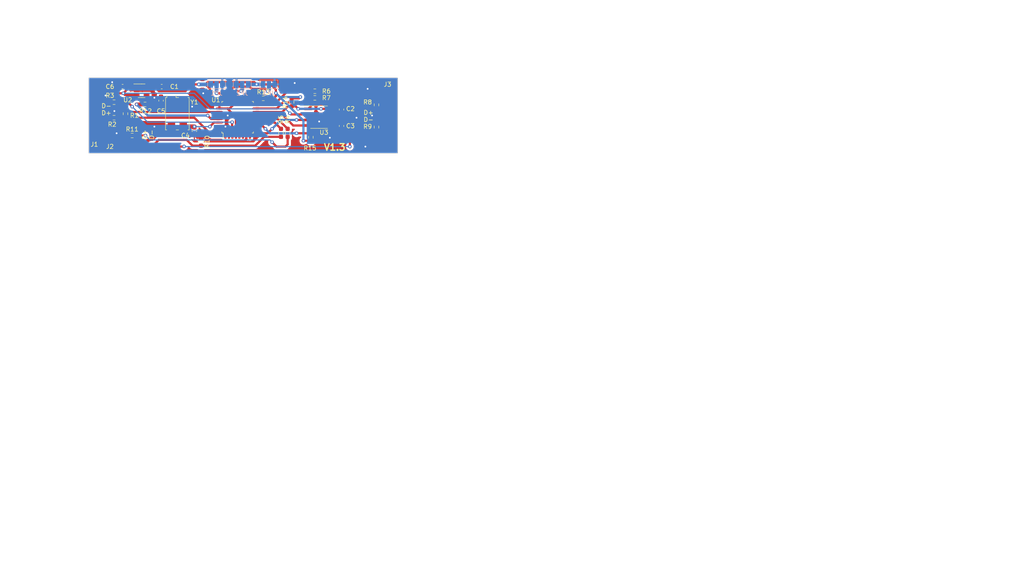
<source format=kicad_pcb>
(kicad_pcb (version 20221018) (generator pcbnew)
  (layers (0 "F.Cu" signal) (31 "B.Cu" signal) (34 "B.Paste" user) (35 "F.Paste" user) (36 "B.SilkS" user "B.Silkscreen") (37 "F.SilkS" user "F.Silkscreen") (38 "B.Mask" user) (39 "F.Mask" user) (44 "Edge.Cuts" user))
  (net 0 "")
  (net 1 "GND")
  (net 2 "+3V3")
  (net 3 "+5V")
  (net 4 "USBDM_UP")
  (net 5 "USBDP_UP")
  (net 6 "USBDM_DN1")
  (net 7 "USBDP_DN1")
  (net 8 "USBDM_DN2")
  (net 9 "USBDP_DN2")
  (net 10 "USBPWR_DN1")
  (net 11 "USBPWR_DN2")
  (net 12 "Net-(U1-DP0)")
  (net 13 "Net-(U1-DM0)")
  (net 15 "PWR1")
  (net 16 "OC1")
  (net 17 "Net-(U1-DM1)")
  (net 18 "Net-(U1-DP1)")
  (net 19 "PWR2")
  (net 20 "OC2")
  (net 21 "Net-(U1-DM2)")
  (net 22 "Net-(U1-DP2)")
  (net 24 "Net-(U1-~{OVRCUR3})")
  (net 27 "Net-(U1-DP0PUR)")
  (net 28 "XTAL1")
  (net 29 "Net-(C5-Pad2)")
  (net 32 "NP0")
  (net 33 "NP1")
  (net 34 "NP3")
  (net 35 "XTAL2")
  (footprint "Connector_Wire:SolderWire-0.1sqmm_1x04_P3.6mm_D0.4mm_OD1mm" (layer "F.Cu") (at 44.704 39.624 -90)
    (fp_text reference "J1" (at 13.208 0.508) (layer "F.SilkS"))
    (fp_text value "USBC_IN")
    (pad "1" connect roundrect (at 0 0 270) (size 1.6 1.6) (layers "F.Cu" "F.Mask") (roundrect_rratio 0.15625) (net 3 "+5V"))
    (pad "2" connect circle (at 3.6 0 270) (size 1.6 1.6) (layers "F.Cu" "F.Mask") (net 4 "USBDM_UP"))
    (pad "3" connect circle (at 7.2 0 270) (size 1.6 1.6) (layers "F.Cu" "F.Mask") (net 5 "USBDP_UP"))
    (pad "4" connect circle (at 10.8 0 270) (size 1.6 1.6) (layers "F.Cu" "F.Mask") (net 1 "GND"))
  )
  (footprint "Resistor_SMD:R_0603_1608Metric_Pad0.98x0.95mm_HandSolder" (layer "F.Cu") (at 94.6125 42.2)
    (fp_text reference "R7" (at 2.6435 0) (layer "F.SilkS"))
    (fp_text value "27")
    (fp_line (start -0.254724 -0.5225) (end 0.254724 -0.5225) (stroke (width 0.12)) (layer "F.SilkS"))
    (fp_line (start -0.254724 0.5225) (end 0.254724 0.5225) (stroke (width 0.12)) (layer "F.SilkS"))
    (pad "1" smd roundrect (at -0.9125 0) (size 0.975 0.95) (layers "F.Cu" "F.Paste" "F.Mask") (net 21 "Net-(U1-DM2)"))
    (pad "2" smd roundrect (at 0.9125 0) (size 0.975 0.95) (layers "F.Cu" "F.Paste" "F.Mask") (net 8 "USBDM_DN2"))
  )
  (footprint "Resistor_SMD:R_0603_1608Metric_Pad0.98x0.95mm_HandSolder" (layer "F.Cu") (at 94.6125 40.676)
    (fp_text reference "R6" (at 2.6435 0) (layer "F.SilkS"))
    (fp_text value "27")
    (fp_line (start -0.254724 -0.5225) (end 0.254724 -0.5225) (stroke (width 0.12)) (layer "F.SilkS"))
    (fp_line (start -0.254724 0.5225) (end 0.254724 0.5225) (stroke (width 0.12)) (layer "F.SilkS"))
    (pad "1" smd roundrect (at -0.9125 0) (size 0.975 0.95) (layers "F.Cu" "F.Paste" "F.Mask") (net 22 "Net-(U1-DP2)"))
    (pad "2" smd roundrect (at 0.9125 0) (size 0.975 0.95) (layers "F.Cu" "F.Paste" "F.Mask") (net 9 "USBDP_DN2"))
  )
  (footprint "Resistor_SMD:R_0603_1608Metric_Pad0.98x0.95mm_HandSolder" (layer "F.Cu") (at 82.8125 42.3)
    (fp_text reference "R13" (at 0 -1.43) (layer "F.SilkS"))
    (fp_text value "1.5k")
    (fp_line (start -0.254724 -0.5225) (end 0.254724 -0.5225) (stroke (width 0.12)) (layer "F.SilkS"))
    (fp_line (start -0.254724 0.5225) (end 0.254724 0.5225) (stroke (width 0.12)) (layer "F.SilkS"))
    (pad "1" smd roundrect (at -0.9125 0) (size 0.975 0.95) (layers "F.Cu" "F.Paste" "F.Mask") (net 24 "Net-(U1-~{OVRCUR3})"))
    (pad "2" smd roundrect (at 0.9125 0) (size 0.975 0.95) (layers "F.Cu" "F.Paste" "F.Mask") (net 2 "+3V3"))
  )
  (footprint "Resistor_SMD:R_0603_1608Metric_Pad0.98x0.95mm_HandSolder" (layer "F.Cu") (at 86.868 50.1885 -90)
    (fp_text reference "R5" (at -3.048 0 90) (layer "F.SilkS"))
    (fp_text value "27")
    (fp_line (start -0.254724 -0.5225) (end 0.254724 -0.5225) (stroke (width 0.12)) (layer "F.SilkS"))
    (fp_line (start -0.254724 0.5225) (end 0.254724 0.5225) (stroke (width 0.12)) (layer "F.SilkS"))
    (pad "1" smd roundrect (at -0.9125 0 270) (size 0.975 0.95) (layers "F.Cu" "F.Paste" "F.Mask") (net 17 "Net-(U1-DM1)"))
    (pad "2" smd roundrect (at 0.9125 0 270) (size 0.975 0.95) (layers "F.Cu" "F.Paste" "F.Mask") (net 6 "USBDM_DN1"))
  )
  (footprint "Resistor_SMD:R_0603_1608Metric_Pad0.98x0.95mm_HandSolder" (layer "F.Cu") (at 108.712 48.8715 90)
    (fp_text reference "R9" (at 0.1035 -2.032 180) (layer "F.SilkS"))
    (fp_text value "15k")
    (fp_line (start -0.254724 -0.5225) (end 0.254724 -0.5225) (stroke (width 0.12)) (layer "F.SilkS"))
    (fp_line (start -0.254724 0.5225) (end 0.254724 0.5225) (stroke (width 0.12)) (layer "F.SilkS"))
    (pad "1" smd roundrect (at -0.9125 0 90) (size 0.975 0.95) (layers "F.Cu" "F.Paste" "F.Mask") (net 1 "GND"))
    (pad "2" smd roundrect (at 0.9125 0 90) (size 0.975 0.95) (layers "F.Cu" "F.Paste" "F.Mask") (net 8 "USBDM_DN2"))
  )
  (footprint "Resistor_SMD:R_0603_1608Metric_Pad0.98x0.95mm_HandSolder" (layer "F.Cu") (at 68.58 52.2205 -90)
    (fp_text reference "R10" (at 0 -1.43 90) (layer "F.SilkS"))
    (fp_text value "15k")
    (fp_line (start -0.254724 -0.5225) (end 0.254724 -0.5225) (stroke (width 0.12)) (layer "F.SilkS"))
    (fp_line (start -0.254724 0.5225) (end 0.254724 0.5225) (stroke (width 0.12)) (layer "F.SilkS"))
    (pad "1" smd roundrect (at -0.9125 0 270) (size 0.975 0.95) (layers "F.Cu" "F.Paste" "F.Mask") (net 1 "GND"))
    (pad "2" smd roundrect (at 0.9125 0 270) (size 0.975 0.95) (layers "F.Cu" "F.Paste" "F.Mask") (net 6 "USBDM_DN1"))
  )
  (footprint "Connector_Wire:SolderWire-0.1sqmm_1x04_P3.6mm_D0.4mm_OD1mm" (layer "F.Cu") (at 111.252 51.948 90)
    (fp_text reference "J3" (at 12.832 0 180) (layer "F.SilkS"))
    (fp_text value "TOUCHID")
    (pad "1" connect roundrect (at 0 0 90) (size 1.6 1.6) (layers "F.Cu" "F.Mask") (roundrect_rratio 0.15625) (net 11 "USBPWR_DN2"))
    (pad "2" connect circle (at 3.6 0 90) (size 1.6 1.6) (layers "F.Cu" "F.Mask") (net 8 "USBDM_DN2"))
    (pad "3" connect circle (at 7.2 0 90) (size 1.6 1.6) (layers "F.Cu" "F.Mask") (net 9 "USBDP_DN2"))
    (pad "4" connect circle (at 10.8 0 90) (size 1.6 1.6) (layers "F.Cu" "F.Mask") (net 1 "GND"))
  )
  (footprint "Package_SO:SOIC-8_3.9x4.9mm_P1.27mm" (layer "F.Cu") (at 95.569 46.609)
    (fp_text reference "U3" (at 1.131 3.491) (layer "F.SilkS"))
    (fp_text value "TPS2042D")
    (fp_line (start 0 -2.56) (end -3.45 -2.56) (stroke (width 0.12)) (layer "F.SilkS"))
    (fp_line (start 0 -2.56) (end 1.95 -2.56) (stroke (width 0.12)) (layer "F.SilkS"))
    (fp_line (start 0 2.56) (end -1.95 2.56) (stroke (width 0.12)) (layer "F.SilkS"))
    (fp_line (start 0 2.56) (end 1.95 2.56) (stroke (width 0.12)) (layer "F.SilkS"))
    (pad "1" smd roundrect (at -2.475 -1.905) (size 1.95 0.6) (layers "F.Cu" "F.Paste" "F.Mask") (net 1 "GND"))
    (pad "2" smd roundrect (at -2.475 -0.635) (size 1.95 0.6) (layers "F.Cu" "F.Paste" "F.Mask") (net 3 "+5V"))
    (pad "3" smd roundrect (at -2.475 0.635) (size 1.95 0.6) (layers "F.Cu" "F.Paste" "F.Mask") (net 15 "PWR1"))
    (pad "4" smd roundrect (at -2.475 1.905) (size 1.95 0.6) (layers "F.Cu" "F.Paste" "F.Mask") (net 19 "PWR2"))
    (pad "5" smd roundrect (at 2.475 1.905) (size 1.95 0.6) (layers "F.Cu" "F.Paste" "F.Mask") (net 16 "OC1"))
    (pad "6" smd roundrect (at 2.475 0.635) (size 1.95 0.6) (layers "F.Cu" "F.Paste" "F.Mask") (net 10 "USBPWR_DN1"))
    (pad "7" smd roundrect (at 2.475 -0.635) (size 1.95 0.6) (layers "F.Cu" "F.Paste" "F.Mask") (net 11 "USBPWR_DN2"))
    (pad "8" smd roundrect (at 2.475 -1.905) (size 1.95 0.6) (layers "F.Cu" "F.Paste" "F.Mask") (net 20 "OC2"))
  )
  (footprint "Capacitor_SMD:C_0603_1608Metric_Pad1.08x0.95mm_HandSolder" (layer "F.Cu") (at 59.436 42.8255 -90)
    (fp_text reference "C5" (at 2.3865 0 -180) (layer "F.SilkS"))
    (fp_text value "27p")
    (fp_line (start -0.146267 -0.51) (end 0.146267 -0.51) (stroke (width 0.12)) (layer "F.SilkS"))
    (fp_line (start -0.146267 0.51) (end 0.146267 0.51) (stroke (width 0.12)) (layer "F.SilkS"))
    (pad "1" smd roundrect (at -0.8625 0 270) (size 1.075 0.95) (layers "F.Cu" "F.Paste" "F.Mask") (net 1 "GND"))
    (pad "2" smd roundrect (at 0.8625 0 270) (size 1.075 0.95) (layers "F.Cu" "F.Paste" "F.Mask") (net 29 "Net-(C5-Pad2)"))
  )
  (footprint "Resistor_SMD:R_0603_1608Metric_Pad0.98x0.95mm_HandSolder" (layer "F.Cu") (at 88.392 50.1885 -90)
    (fp_text reference "R4" (at -3.048 0 90) (layer "F.SilkS"))
    (fp_text value "27")
    (fp_line (start -0.254724 -0.5225) (end 0.254724 -0.5225) (stroke (width 0.12)) (layer "F.SilkS"))
    (fp_line (start -0.254724 0.5225) (end 0.254724 0.5225) (stroke (width 0.12)) (layer "F.SilkS"))
    (pad "1" smd roundrect (at -0.9125 0 270) (size 0.975 0.95) (layers "F.Cu" "F.Paste" "F.Mask") (net 18 "Net-(U1-DP1)"))
    (pad "2" smd roundrect (at 0.9125 0 270) (size 0.975 0.95) (layers "F.Cu" "F.Paste" "F.Mask") (net 7 "USBDP_DN1"))
  )
  (footprint "Resistor_SMD:R_0603_1608Metric_Pad0.98x0.95mm_HandSolder" (layer "F.Cu") (at 48.6925 43.18)
    (fp_text reference "R3" (at -0.9405 -1.524) (layer "F.SilkS"))
    (fp_text value "27")
    (fp_line (start -0.254724 -0.5225) (end 0.254724 -0.5225) (stroke (width 0.12)) (layer "F.SilkS"))
    (fp_line (start -0.254724 0.5225) (end 0.254724 0.5225) (stroke (width 0.12)) (layer "F.SilkS"))
    (pad "1" smd roundrect (at -0.9125 0) (size 0.975 0.95) (layers "F.Cu" "F.Paste" "F.Mask") (net 4 "USBDM_UP"))
    (pad "2" smd roundrect (at 0.9125 0) (size 0.975 0.95) (layers "F.Cu" "F.Paste" "F.Mask") (net 13 "Net-(U1-DM0)"))
  )
  (footprint "Resistor_SMD:R_0603_1608Metric_Pad0.98x0.95mm_HandSolder" (layer "F.Cu") (at 48.6925 46.736)
    (fp_text reference "R2" (at -0.4325 1.524) (layer "F.SilkS"))
    (fp_text value "27")
    (fp_line (start -0.254724 -0.5225) (end 0.254724 -0.5225) (stroke (width 0.12)) (layer "F.SilkS"))
    (fp_line (start -0.254724 0.5225) (end 0.254724 0.5225) (stroke (width 0.12)) (layer "F.SilkS"))
    (pad "1" smd roundrect (at -0.9125 0) (size 0.975 0.95) (layers "F.Cu" "F.Paste" "F.Mask") (net 5 "USBDP_UP"))
    (pad "2" smd roundrect (at 0.9125 0) (size 0.975 0.95) (layers "F.Cu" "F.Paste" "F.Mask") (net 12 "Net-(U1-DP0)"))
  )
  (footprint "Package_QFP:LQFP-32_7x7mm_P0.8mm" (layer "F.Cu") (at 76.956 46.625 90)
    (fp_text reference "U1" (at 3.953 -4.972 180) (layer "F.SilkS"))
    (fp_text value "TUSB2036")
    (fp_line (start -3.61 -3.61) (end -3.61 -3.31) (stroke (width 0.12)) (layer "F.SilkS"))
    (fp_line (start -3.61 -3.31) (end -4.925 -3.31) (stroke (width 0.12)) (layer "F.SilkS"))
    (fp_line (start -3.61 3.61) (end -3.61 3.31) (stroke (width 0.12)) (layer "F.SilkS"))
    (fp_line (start -3.31 -3.61) (end -3.61 -3.61) (stroke (width 0.12)) (layer "F.SilkS"))
    (fp_line (start -3.31 3.61) (end -3.61 3.61) (stroke (width 0.12)) (layer "F.SilkS"))
    (fp_line (start 3.31 -3.61) (end 3.61 -3.61) (stroke (width 0.12)) (layer "F.SilkS"))
    (fp_line (start 3.31 3.61) (end 3.61 3.61) (stroke (width 0.12)) (layer "F.SilkS"))
    (fp_line (start 3.61 -3.61) (end 3.61 -3.31) (stroke (width 0.12)) (layer "F.SilkS"))
    (fp_line (start 3.61 3.61) (end 3.61 3.31) (stroke (width 0.12)) (layer "F.SilkS"))
    (pad "1" smd roundrect (at -4.175 -2.8 90) (size 1.5 0.5) (layers "F.Cu" "F.Paste" "F.Mask") (net 12 "Net-(U1-DP0)"))
    (pad "2" smd roundrect (at -4.175 -2 90) (size 1.5 0.5) (layers "F.Cu" "F.Paste" "F.Mask") (net 13 "Net-(U1-DM0)"))
    (pad "3" smd roundrect (at -4.175 -1.2 90) (size 1.5 0.5) (layers "F.Cu" "F.Paste" "F.Mask") (net 2 "+3V3"))
    (pad "4" smd roundrect (at -4.175 -0.4 90) (size 1.5 0.5) (layers "F.Cu" "F.Paste" "F.Mask") (net 2 "+3V3"))
    (pad "5" smd roundrect (at -4.175 0.4 90) (size 1.5 0.5) (layers "F.Cu" "F.Paste" "F.Mask"))
    (pad "6" smd roundrect (at -4.175 1.2 90) (size 1.5 0.5) (layers "F.Cu" "F.Paste" "F.Mask") (net 2 "+3V3"))
    (pad "7" smd roundrect (at -4.175 2 90) (size 1.5 0.5) (layers "F.Cu" "F.Paste" "F.Mask") (net 1 "GND"))
    (pad "8" smd roundrect (at -4.175 2.8 90) (size 1.5 0.5) (layers "F.Cu" "F.Paste" "F.Mask") (net 2 "+3V3"))
    (pad "9" smd roundrect (at -2.8 4.175 90) (size 0.5 1.5) (layers "F.Cu" "F.Paste" "F.Mask") (net 15 "PWR1"))
    (pad "10" smd roundrect (at -2 4.175 90) (size 0.5 1.5) (layers "F.Cu" "F.Paste" "F.Mask") (net 16 "OC1"))
    (pad "11" smd roundrect (at -1.2 4.175 90) (size 0.5 1.5) (layers "F.Cu" "F.Paste" "F.Mask") (net 17 "Net-(U1-DM1)"))
    (pad "12" smd roundrect (at -0.4 4.175 90) (size 0.5 1.5) (layers "F.Cu" "F.Paste" "F.Mask") (net 18 "Net-(U1-DP1)"))
    (pad "13" smd roundrect (at 0.4 4.175 90) (size 0.5 1.5) (layers "F.Cu" "F.Paste" "F.Mask") (net 19 "PWR2"))
    (pad "14" smd roundrect (at 1.2 4.175 90) (size 0.5 1.5) (layers "F.Cu" "F.Paste" "F.Mask") (net 20 "OC2"))
    (pad "15" smd roundrect (at 2 4.175 90) (size 0.5 1.5) (layers "F.Cu" "F.Paste" "F.Mask") (net 21 "Net-(U1-DM2)"))
    (pad "16" smd roundrect (at 2.8 4.175 90) (size 0.5 1.5) (layers "F.Cu" "F.Paste" "F.Mask") (net 22 "Net-(U1-DP2)"))
    (pad "17" smd roundrect (at 4.175 2.8 90) (size 1.5 0.5) (layers "F.Cu" "F.Paste" "F.Mask"))
    (pad "18" smd roundrect (at 4.175 2 90) (size 1.5 0.5) (layers "F.Cu" "F.Paste" "F.Mask") (net 24 "Net-(U1-~{OVRCUR3})"))
    (pad "19" smd roundrect (at 4.175 1.2 90) (size 1.5 0.5) (layers "F.Cu" "F.Paste" "F.Mask"))
    (pad "20" smd roundrect (at 4.175 0.4 90) (size 1.5 0.5) (layers "F.Cu" "F.Paste" "F.Mask"))
    (pad "21" smd roundrect (at 4.175 -0.4 90) (size 1.5 0.5) (layers "F.Cu" "F.Paste" "F.Mask") (net 2 "+3V3"))
    (pad "22" smd roundrect (at 4.175 -1.2 90) (size 1.5 0.5) (layers "F.Cu" "F.Paste" "F.Mask") (net 32 "NP0"))
    (pad "23" smd roundrect (at 4.175 -2 90) (size 1.5 0.5) (layers "F.Cu" "F.Paste" "F.Mask") (net 33 "NP1"))
    (pad "24" smd roundrect (at 4.175 -2.8 90) (size 1.5 0.5) (layers "F.Cu" "F.Paste" "F.Mask") (net 34 "NP3"))
    (pad "25" smd roundrect (at 2.8 -4.175 90) (size 0.5 1.5) (layers "F.Cu" "F.Paste" "F.Mask") (net 2 "+3V3"))
    (pad "26" smd roundrect (at 2 -4.175 90) (size 0.5 1.5) (layers "F.Cu" "F.Paste" "F.Mask") (net 2 "+3V3"))
    (pad "27" smd roundrect (at 1.2 -4.175 90) (size 0.5 1.5) (layers "F.Cu" "F.Paste" "F.Mask") (net 27 "Net-(U1-DP0PUR)"))
    (pad "28" smd roundrect (at 0.4 -4.175 90) (size 0.5 1.5) (layers "F.Cu" "F.Paste" "F.Mask") (net 1 "GND"))
    (pad "29" smd roundrect (at -0.4 -4.175 90) (size 0.5 1.5) (layers "F.Cu" "F.Paste" "F.Mask") (net 35 "XTAL2"))
    (pad "30" smd roundrect (at -1.2 -4.175 90) (size 0.5 1.5) (layers "F.Cu" "F.Paste" "F.Mask") (net 28 "XTAL1"))
    (pad "31" smd roundrect (at -2 -4.175 90) (size 0.5 1.5) (layers "F.Cu" "F.Paste" "F.Mask") (net 1 "GND"))
    (pad "32" smd roundrect (at -2.8 -4.175 90) (size 0.5 1.5) (layers "F.Cu" "F.Paste" "F.Mask"))
  )
  (footprint "Resistor_SMD:R_0603_1608Metric_Pad0.98x0.95mm_HandSolder" (layer "F.Cu") (at 89.3 43.2125 90)
    (fp_text reference "R14" (at 0 -1.43 90) (layer "F.SilkS"))
    (fp_text value "1.5k")
    (fp_line (start -0.254724 -0.5225) (end 0.254724 -0.5225) (stroke (width 0.12)) (layer "F.SilkS"))
    (fp_line (start -0.254724 0.5225) (end 0.254724 0.5225) (stroke (width 0.12)) (layer "F.SilkS"))
    (pad "1" smd roundrect (at -0.9125 0 90) (size 0.975 0.95) (layers "F.Cu" "F.Paste" "F.Mask") (net 20 "OC2"))
    (pad "2" smd roundrect (at 0.9125 0 90) (size 0.975 0.95) (layers "F.Cu" "F.Paste" "F.Mask") (net 2 "+3V3"))
  )
  (footprint "Capacitor_SMD:C_0603_1608Metric_Pad1.08x0.95mm_HandSolder" (layer "F.Cu") (at 100.714 44.8575 90)
    (fp_text reference "C2" (at 0.1535 2.032 180) (layer "F.SilkS"))
    (fp_text value "0.1u")
    (fp_line (start -0.146267 -0.51) (end 0.146267 -0.51) (stroke (width 0.12)) (layer "F.SilkS"))
    (fp_line (start -0.146267 0.51) (end 0.146267 0.51) (stroke (width 0.12)) (layer "F.SilkS"))
    (pad "1" smd roundrect (at -0.8625 0 90) (size 1.075 0.95) (layers "F.Cu" "F.Paste" "F.Mask") (net 11 "USBPWR_DN2"))
    (pad "2" smd roundrect (at 0.8625 0 90) (size 1.075 0.95) (layers "F.Cu" "F.Paste" "F.Mask") (net 1 "GND"))
  )
  (footprint "Capacitor_SMD:C_0603_1608Metric_Pad1.08x0.95mm_HandSolder" (layer "F.Cu") (at 59.5895 39.624)
    (fp_text reference "C1" (at 2.8945 0) (layer "F.SilkS"))
    (fp_text value "4.7u")
    (fp_line (start -0.146267 -0.51) (end 0.146267 -0.51) (stroke (width 0.12)) (layer "F.SilkS"))
    (fp_line (start -0.146267 0.51) (end 0.146267 0.51) (stroke (width 0.12)) (layer "F.SilkS"))
    (pad "1" smd roundrect (at -0.8625 0) (size 1.075 0.95) (layers "F.Cu" "F.Paste" "F.Mask") (net 2 "+3V3"))
    (pad "2" smd roundrect (at 0.8625 0) (size 1.075 0.95) (layers "F.Cu" "F.Paste" "F.Mask") (net 1 "GND"))
  )
  (footprint "Capacitor_SMD:C_0603_1608Metric_Pad1.08x0.95mm_HandSolder" (layer "F.Cu") (at 67.056 49.784 90)
    (fp_text reference "C4" (at -1.016 -2.032 180) (layer "F.SilkS"))
    (fp_text value "27p")
    (fp_line (start -0.146267 -0.51) (end 0.146267 -0.51) (stroke (width 0.12)) (layer "F.SilkS"))
    (fp_line (start -0.146267 0.51) (end 0.146267 0.51) (stroke (width 0.12)) (layer "F.SilkS"))
    (pad "1" smd roundrect (at -0.8625 0 90) (size 1.075 0.95) (layers "F.Cu" "F.Paste" "F.Mask") (net 1 "GND"))
    (pad "2" smd roundrect (at 0.8625 0 90) (size 1.075 0.95) (layers "F.Cu" "F.Paste" "F.Mask") (net 28 "XTAL1"))
  )
  (footprint "Capacitor_SMD:C_0603_1608Metric_Pad1.08x0.95mm_HandSolder" (layer "F.Cu") (at 50.6465 39.624)
    (fp_text reference "C6" (at -2.8945 0) (layer "F.SilkS"))
    (fp_text value "0.47u")
    (fp_line (start -0.146267 -0.51) (end 0.146267 -0.51) (stroke (width 0.12)) (layer "F.SilkS"))
    (fp_line (start -0.146267 0.51) (end 0.146267 0.51) (stroke (width 0.12)) (layer "F.SilkS"))
    (pad "1" smd roundrect (at -0.8625 0) (size 1.075 0.95) (layers "F.Cu" "F.Paste" "F.Mask") (net 1 "GND"))
    (pad "2" smd roundrect (at 0.8625 0) (size 1.075 0.95) (layers "F.Cu" "F.Paste" "F.Mask") (net 3 "+5V"))
  )
  (footprint "Connector_Wire:SolderWire-0.1sqmm_1x04_P3.6mm_D0.4mm_OD1mm" (layer "F.Cu") (at 60.96 53.34 180)
    (fp_text reference "J2" (at 13.208 0) (layer "F.SilkS"))
    (fp_text value "KEYBOARD")
    (pad "1" connect roundrect (at 0 0 180) (size 1.6 1.6) (layers "F.Cu" "F.Mask") (roundrect_rratio 0.15625) (net 10 "USBPWR_DN1"))
    (pad "2" connect circle (at 3.6 0 180) (size 1.6 1.6) (layers "F.Cu" "F.Mask") (net 6 "USBDM_DN1"))
    (pad "3" connect circle (at 7.2 0 180) (size 1.6 1.6) (layers "F.Cu" "F.Mask") (net 7 "USBDP_DN1"))
    (pad "4" connect circle (at 10.8 0 180) (size 1.6 1.6) (layers "F.Cu" "F.Mask") (net 1 "GND"))
  )
  (footprint "Package_TO_SOT_SMD:SOT-23-5" (layer "F.Cu") (at 54.9855 40.574)
    (fp_text reference "U2" (at -3.1695 2.098) (layer "F.SilkS"))
    (fp_text value "TPS76333")
    (fp_line (start 0 -1.56) (end -1.8 -1.56) (stroke (width 0.12)) (layer "F.SilkS"))
    (fp_line (start 0 -1.56) (end 0.8 -1.56) (stroke (width 0.12)) (layer "F.SilkS"))
    (fp_line (start 0 1.56) (end -0.8 1.56) (stroke (width 0.12)) (layer "F.SilkS"))
    (fp_line (start 0 1.56) (end 0.8 1.56) (stroke (width 0.12)) (layer "F.SilkS"))
    (pad "1" smd roundrect (at -1.1375 -0.95) (size 1.325 0.6) (layers "F.Cu" "F.Paste" "F.Mask") (net 3 "+5V"))
    (pad "2" smd roundrect (at -1.1375 0) (size 1.325 0.6) (layers "F.Cu" "F.Paste" "F.Mask") (net 1 "GND"))
    (pad "3" smd roundrect (at -1.1375 0.95) (size 1.325 0.6) (layers "F.Cu" "F.Paste" "F.Mask") (net 3 "+5V"))
    (pad "4" smd roundrect (at 1.1375 0.95) (size 1.325 0.6) (layers "F.Cu" "F.Paste" "F.Mask"))
    (pad "5" smd roundrect (at 1.1375 -0.95) (size 1.325 0.6) (layers "F.Cu" "F.Paste" "F.Mask") (net 2 "+3V3"))
  )
  (footprint "Crystal:Crystal_SMD_7050-4Pin_7.0x5.0mm" (layer "F.Cu") (at 63.166 45.818 -90)
    (fp_text reference "Y1" (at -2.638 -3.89 -180) (layer "F.SilkS"))
    (fp_text value "6MHz")
    (fp_line (start -4.2 0.3) (end -3.7 0.3) (stroke (width 0.12)) (layer "F.SilkS"))
    (fp_line (start -4.2 2.4) (end -3.7 2.4) (stroke (width 0.12)) (layer "F.SilkS"))
    (fp_line (start -3.7 -2.7) (end 3.7 -2.7) (stroke (width 0.12)) (layer "F.SilkS"))
    (fp_line (start -3.7 -2.4) (end -3.7 -2.7) (stroke (width 0.12)) (layer "F.SilkS"))
    (fp_line (start -3.7 0.3) (end -3.7 -0.3) (stroke (width 0.12)) (layer "F.SilkS"))
    (fp_line (start -3.7 2.4) (end -3.7 2.7) (stroke (width 0.12)) (layer "F.SilkS"))
    (fp_line (start -3.7 2.7) (end 3.7 2.7) (stroke (width 0.12)) (layer "F.SilkS"))
    (fp_line (start 3.7 -2.7) (end 3.7 -2.4) (stroke (width 0.12)) (layer "F.SilkS"))
    (fp_line (start 3.7 -0.3) (end 3.7 0.3) (stroke (width 0.12)) (layer "F.SilkS"))
    (fp_line (start 3.7 2.7) (end 3.7 2.4) (stroke (width 0.12)) (layer "F.SilkS"))
    (pad "1" smd rect (at -2.95 1.35 270) (size 2.1 1.7) (layers "F.Cu" "F.Paste" "F.Mask") (net 29 "Net-(C5-Pad2)"))
    (pad "2" smd rect (at 2.95 1.35 270) (size 2.1 1.7) (layers "F.Cu" "F.Paste" "F.Mask") (net 1 "GND"))
    (pad "3" smd rect (at 2.95 -1.35 270) (size 2.1 1.7) (layers "F.Cu" "F.Paste" "F.Mask") (net 28 "XTAL1"))
    (pad "4" smd rect (at -2.95 -1.35 270) (size 2.1 1.7) (layers "F.Cu" "F.Paste" "F.Mask") (net 1 "GND"))
  )
  (footprint "Resistor_SMD:R_0603_1608Metric_Pad0.98x0.95mm_HandSolder" (layer "F.Cu") (at 51.308 45.8235 90)
    (fp_text reference "R1" (at -0.4045 2.032 180) (layer "F.SilkS"))
    (fp_text value "1.5k")
    (fp_line (start -0.254724 -0.5225) (end 0.254724 -0.5225) (stroke (width 0.12)) (layer "F.SilkS"))
    (fp_line (start -0.254724 0.5225) (end 0.254724 0.5225) (stroke (width 0.12)) (layer "F.SilkS"))
    (pad "1" smd roundrect (at -0.9125 0 90) (size 0.975 0.95) (layers "F.Cu" "F.Paste" "F.Mask") (net 12 "Net-(U1-DP0)"))
    (pad "2" smd roundrect (at 0.9125 0 90) (size 0.975 0.95) (layers "F.Cu" "F.Paste" "F.Mask") (net 27 "Net-(U1-DP0PUR)"))
  )
  (footprint "Capacitor_SMD:C_0603_1608Metric_Pad1.08x0.95mm_HandSolder" (layer "F.Cu") (at 100.714 48.6145 -90)
    (fp_text reference "C3" (at 0 -2.032) (layer "F.SilkS"))
    (fp_text value "0.1u")
    (fp_line (start -0.146267 -0.51) (end 0.146267 -0.51) (stroke (width 0.12)) (layer "F.SilkS"))
    (fp_line (start -0.146267 0.51) (end 0.146267 0.51) (stroke (width 0.12)) (layer "F.SilkS"))
    (pad "1" smd roundrect (at -0.8625 0 270) (size 1.075 0.95) (layers "F.Cu" "F.Paste" "F.Mask") (net 10 "USBPWR_DN1"))
    (pad "2" smd roundrect (at 0.8625 0 270) (size 1.075 0.95) (layers "F.Cu" "F.Paste" "F.Mask") (net 1 "GND"))
  )
  (footprint "Resistor_SMD:R_0603_1608Metric_Pad0.98x0.95mm_HandSolder" (layer "F.Cu") (at 108.712 43.7915 -90)
    (fp_text reference "R8" (at -0.6115 2.032) (layer "F.SilkS"))
    (fp_text value "15k")
    (fp_line (start -0.254724 -0.5225) (end 0.254724 -0.5225) (stroke (width 0.12)) (layer "F.SilkS"))
    (fp_line (start -0.254724 0.5225) (end 0.254724 0.5225) (stroke (width 0.12)) (layer "F.SilkS"))
    (pad "1" smd roundrect (at -0.9125 0 270) (size 0.975 0.95) (layers "F.Cu" "F.Paste" "F.Mask") (net 1 "GND"))
    (pad "2" smd roundrect (at 0.9125 0 270) (size 0.975 0.95) (layers "F.Cu" "F.Paste" "F.Mask") (net 9 "USBDP_DN2"))
  )
  (footprint "Resistor_SMD:R_0603_1608Metric_Pad0.98x0.95mm_HandSolder" (layer "F.Cu") (at 52.832 50.8)
    (fp_text reference "R11" (at 0 -1.43) (layer "F.SilkS"))
    (fp_text value "15k")
    (fp_line (start -0.254724 -0.5225) (end 0.254724 -0.5225) (stroke (width 0.12)) (layer "F.SilkS"))
    (fp_line (start -0.254724 0.5225) (end 0.254724 0.5225) (stroke (width 0.12)) (layer "F.SilkS"))
    (pad "1" smd roundrect (at -0.9125 0) (size 0.975 0.95) (layers "F.Cu" "F.Paste" "F.Mask") (net 1 "GND"))
    (pad "2" smd roundrect (at 0.9125 0) (size 0.975 0.95) (layers "F.Cu" "F.Paste" "F.Mask") (net 7 "USBDP_DN1"))
  )
  (footprint "Resistor_SMD:R_0603_1608Metric_Pad0.98x0.95mm_HandSolder" (layer "F.Cu") (at 55.7765 43.688)
    (fp_text reference "R12" (at 0.1035 1.524) (layer "F.SilkS"))
    (fp_text value "1.5k")
    (fp_line (start -0.254724 -0.5225) (end 0.254724 -0.5225) (stroke (width 0.12)) (layer "F.SilkS"))
    (fp_line (start -0.254724 0.5225) (end 0.254724 0.5225) (stroke (width 0.12)) (layer "F.SilkS"))
    (pad "1" smd roundrect (at -0.9125 0) (size 0.975 0.95) (layers "F.Cu" "F.Paste" "F.Mask") (net 35 "XTAL2"))
    (pad "2" smd roundrect (at 0.9125 0) (size 0.975 0.95) (layers "F.Cu" "F.Paste" "F.Mask") (net 29 "Net-(C5-Pad2)"))
  )
  (footprint "Resistor_SMD:R_0603_1608Metric_Pad0.98x0.95mm_HandSolder" (layer "F.Cu") (at 93.7 51.2 -90)
    (fp_text reference "R15" (at 2.5 0.2 -180) (layer "F.SilkS"))
    (fp_text value "1.5k")
    (fp_line (start -0.254724 -0.5225) (end 0.254724 -0.5225) (stroke (width 0.12)) (layer "F.SilkS"))
    (fp_line (start -0.254724 0.5225) (end 0.254724 0.5225) (stroke (width 0.12)) (layer "F.SilkS"))
    (pad "1" smd roundrect (at -0.9125 0 270) (size 0.975 0.95) (layers "F.Cu" "F.Paste" "F.Mask") (net 16 "OC1"))
    (pad "2" smd roundrect (at 0.9125 0 270) (size 0.975 0.95) (layers "F.Cu" "F.Paste" "F.Mask") (net 2 "+3V3"))
  )
  (footprint "Jumper:SolderJumper-3_P1.3mm_Bridged12_Pad1.0x1.5mm_NumberLabels" (layer "B.Cu") (at 78.008 39.116)
    (fp_text reference "JP2" (at 0 2.032) (layer "B.SilkS") (effects (justify mirror)))
    (fp_text value "SolderJumper_3_Bridged12")
    (fp_poly (pts (xy -0.9 0.3) (xy -0.4 0.3) (xy -0.4 -0.3) (xy -0.9 -0.3)) (fill solid) (layer "B.Cu"))
    (fp_line (start -2.05 -1) (end -2.05 1) (stroke (width 0.12)) (layer "B.SilkS"))
    (fp_line (start -2.05 1) (end 2.05 1) (stroke (width 0.12)) (layer "B.SilkS"))
    (fp_line (start 2.05 -1) (end -2.05 -1) (stroke (width 0.12)) (layer "B.SilkS"))
    (fp_line (start 2.05 1) (end 2.05 -1) (stroke (width 0.12)) (layer "B.SilkS"))
    (pad "1" smd rect (at -1.3 0) (size 1 1.5) (layers "B.Cu" "B.Mask") (net 1 "GND"))
    (pad "2" smd rect (at 0 0) (size 1 1.5) (layers "B.Cu" "B.Mask") (net 32 "NP0"))
    (pad "3" smd rect (at 1.3 0) (size 1 1.5) (layers "B.Cu" "B.Mask") (net 2 "+3V3"))
  )
  (footprint "Jumper:SolderJumper-3_P1.3mm_Bridged12_Pad1.0x1.5mm_NumberLabels" (layer "B.Cu") (at 84.104 39.116 180)
    (fp_text reference "JP3" (at 0 -2.032) (layer "B.SilkS") (effects (justify mirror)))
    (fp_text value "SolderJumper_3_Bridged12")
    (fp_poly (pts (xy -0.9 0.3) (xy -0.4 0.3) (xy -0.4 -0.3) (xy -0.9 -0.3)) (fill solid) (layer "B.Cu"))
    (fp_line (start -2.05 -1) (end -2.05 1) (stroke (width 0.12)) (layer "B.SilkS"))
    (fp_line (start -2.05 1) (end 2.05 1) (stroke (width 0.12)) (layer "B.SilkS"))
    (fp_line (start 2.05 -1) (end -2.05 -1) (stroke (width 0.12)) (layer "B.SilkS"))
    (fp_line (start 2.05 1) (end 2.05 -1) (stroke (width 0.12)) (layer "B.SilkS"))
    (pad "1" smd rect (at -1.3 0 180) (size 1 1.5) (layers "B.Cu" "B.Mask") (net 1 "GND"))
    (pad "2" smd rect (at 0 0 180) (size 1 1.5) (layers "B.Cu" "B.Mask") (net 33 "NP1"))
    (pad "3" smd rect (at 1.3 0 180) (size 1 1.5) (layers "B.Cu" "B.Mask") (net 2 "+3V3"))
  )
  (footprint "Jumper:SolderJumper-3_P1.3mm_Bridged12_Pad1.0x1.5mm_NumberLabels" (layer "B.Cu") (at 72.136 39.116)
    (fp_text reference "JP1" (at 0 2.032) (layer "B.SilkS") (effects (justify mirror)))
    (fp_text value "SolderJumper_3_Bridged12")
    (fp_poly (pts (xy -0.9 0.3) (xy -0.4 0.3) (xy -0.4 -0.3) (xy -0.9 -0.3)) (fill solid) (layer "B.Cu"))
    (fp_line (start -2.05 -1) (end -2.05 1) (stroke (width 0.12)) (layer "B.SilkS"))
    (fp_line (start -2.05 1) (end 2.05 1) (stroke (width 0.12)) (layer "B.SilkS"))
    (fp_line (start 2.05 -1) (end -2.05 -1) (stroke (width 0.12)) (layer "B.SilkS"))
    (fp_line (start 2.05 1) (end 2.05 -1) (stroke (width 0.12)) (layer "B.SilkS"))
    (pad "1" smd rect (at -1.3 0) (size 1 1.5) (layers "B.Cu" "B.Mask") (net 2 "+3V3"))
    (pad "2" smd rect (at 0 0) (size 1 1.5) (layers "B.Cu" "B.Mask") (net 34 "NP3"))
    (pad "3" smd rect (at 1.3 0) (size 1 1.5) (layers "B.Cu" "B.Mask") (net 1 "GND"))
  )
  (gr_rect (start 42.926 37.592) (end 113.538 54.864) (stroke (width 0.1)) (fill none) (layer "Edge.Cuts"))
  (gr_text "D+\nD-" (at 105.664 47.752) (layer "F.SilkS") (effects (font (size 1 1)) (justify left bottom)))
  (gr_text "D+\nD-" (at 57.912 51.816 90) (layer "F.SilkS") (effects (font (size 1 1)) (justify left bottom)))
  (gr_text "D-\nD+" (at 45.72 46.228) (layer "F.SilkS") (effects (font (size 1 1)) (justify left bottom)))
  (gr_text "V1.3" (at 96.52 54.356) (layer "F.SilkS") (effects (font (size 1.5 1.5) (thickness 0.3) bold) (justify left bottom)))
  (segment (start 68.58 51.308) (end 67.7175 51.308) (width 0.5) (layer "F.Cu") (net 1))
  (segment (start 108.712 49.784) (end 109.728 49.784) (width 0.5) (layer "F.Cu") (net 1))
  (segment (start 74.673 46.225) (end 72.781 46.225) (width 0.5) (layer "F.Cu") (net 1))
  (segment (start 66.548 43.688) (end 66.548 44.196) (width 1) (layer "F.Cu") (net 1))
  (segment (start 69.596 51.308) (end 68.58 51.308) (width 0.5) (layer "F.Cu") (net 1))
  (segment (start 68.58 51.308) (end 68.58 50.292) (width 0.5) (layer "F.Cu") (net 1))
  (segment (start 93.094 44.704) (end 94.11 43.688) (width 0.5) (layer "F.Cu") (net 1))
  (segment (start 57.338 40.574) (end 57.912 41.148) (width 0.5) (layer "F.Cu") (net 1))
  (segment (start 111.252 41.148) (end 112.776 39.624) (width 0.5) (layer "F.Cu") (net 1))
  (segment (start 101.399 43.995) (end 100.714 43.995) (width 0.5) (layer "F.Cu") (net 1))
  (segment (start 110.236 40.132) (end 106.68 40.132) (width 0.5) (layer "F.Cu") (net 1))
  (segment (start 108.712 42.879) (end 109.521 42.879) (width 0.5) (layer "F.Cu") (net 1))
  (segment (start 53.848 40.574) (end 57.338 40.574) (width 0.5) (layer "F.Cu") (net 1))
  (segment (start 100.714 50.67) (end 100.076 51.308) (width 0.5) (layer "F.Cu") (net 1))
  (segment (start 99.06 43.688) (end 99.367 43.995) (width 0.5) (layer "F.Cu") (net 1))
  (segment (start 51.9195 50.8) (end 51.9195 51.5805) (width 0.5) (layer "F.Cu") (net 1))
  (segment (start 62.1465 50.6465) (end 61.816 50.316) (width 0.5) (layer "F.Cu") (net 1))
  (segment (start 104.14 46.736) (end 101.399 43.995) (width 0.5) (layer "F.Cu") (net 1))
  (segment (start 57.912 41.148) (end 57.912 42.164) (width 0.5) (layer "F.Cu") (net 1))
  (segment (start 65.728 42.868) (end 66.548 43.688) (width 1) (layer "F.Cu") (net 1))
  (segment (start 51.9195 50.8) (end 51.9195 49.8875) (width 0.5) (layer "F.Cu") (net 1))
  (segment (start 67.7175 51.308) (end 67.056 50.6465) (width 0.5) (layer "F.Cu") (net 1))
  (segment (start 99.367 43.995) (end 100.714 43.995) (width 0.5) (layer "F.Cu") (net 1))
  (segment (start 108.712 49.784) (end 107.188 49.784) (width 0.5) (layer "F.Cu") (net 1))
  (segment (start 61.816 48.768) (end 57.912 48.768) (width 1) (layer "F.Cu") (net 1))
  (segment (start 72.781 48.625) (end 74.025 48.625) (width 0.5) (layer "F.Cu") (net 1))
  (segment (start 70.396 52.108) (end 69.596 51.308) (width 0.5) (layer "F.Cu") (net 1))
  (segment (start 74.025 48.625) (end 74.168 48.768) (width 0.5) (layer "F.Cu") (net 1))
  (segment (start 60.452 39.624) (end 61.976 39.624) (width 0.85) (layer "F.Cu") (net 1))
  (segment (start 64.516 42.868) (end 65.22 42.868) (width 0.25) (layer "F.Cu") (net 1))
  (segment (start 108.712 42.879) (end 107.188 42.879) (width 0.5) (layer "F.Cu") (net 1))
  (segment (start 74.676 46.228) (end 74.673 46.225) (width 0.25) (layer "F.Cu") (net 1))
  (segment (start 49.784 39.624) (end 49.784 38.608) (width 0.5) (layer "F.Cu") (net 1))
  (segment (start 108.712 49.784) (end 108.712 50.8) (width 0.5) (layer "F.Cu") (net 1))
  (segment (start 48.26 39.116) (end 48.26 38.608) (width 0.5) (layer "F.Cu") (net 1))
  (segment (start 70.396 52.108) (end 78.397999 52.108) (width 0.5) (layer "F.Cu") (net 1))
  (segment (start 51.9195 50.8) (end 49.784 50.8) (width 0.5) (layer "F.Cu") (net 1))
  (segment (start 78.397999 52.108) (end 78.956 51.549999) (width 0.5) (layer "F.Cu") (net 1))
  (segment (start 108.712 42.879) (end 108.712 41.656) (width 0.5) (layer "F.Cu") (net 1))
  (segment (start 94.11 43.688) (end 99.06 43.688) (width 0.5) (layer "F.Cu") (net 1))
  (segment (start 48.768 39.624) (end 48.26 39.116) (width 0.5) (layer "F.Cu") (net 1))
  (segment (start 107.188 49.784) (end 104.14 46.736) (width 0.5) (layer "F.Cu") (net 1))
  (segment (start 111.252 41.148) (end 110.236 40.132) (width 0.5) (layer "F.Cu") (net 1))
  (segment (start 100.076 51.308) (end 98.044 51.308) (width 0.5) (layer "F.Cu") (net 1))
  (segment (start 111.252 41.148) (end 112.776 42.672) (width 0.5) (layer "F.Cu") (net 1))
  (segment (start 49.784 39.624) (end 48.768 39.624) (width 0.5) (layer "F.Cu") (net 1))
  (segment (start 65.22 42.868) (end 65.728 42.868) (width 1) (layer "F.Cu") (net 1))
  (segment (start 60.452 39.624) (end 60.452 38.608) (width 0.85) (layer "F.Cu") (net 1))
  (segment (start 100.714 49.477) (end 100.714 50.67) (width 0.5) (layer "F.Cu") (net 1))
  (segment (start 51.9195 51.5805) (end 50.16 53.34) (width 0.5) (layer "F.Cu") (net 1))
  (segment (start 67.056 50.6465) (end 62.1465 50.6465) (width 0.5) (layer "F.Cu") (net 1))
  (segment (start 49.784 50.8) (end 49.276 50.292) (width 0.5) (layer "F.Cu") (net 1))
  (segment (start 109.521 42.879) (end 111.252 41.148) (width 0.5) (layer "F.Cu") (net 1))
  (segment (start 78.956 51.549999) (end 78.956 50.8) (width 0.5) (layer "F.Cu") (net 1))
  (segment (start 61.816 50.316) (end 61.816 48.768) (width 0.5) (layer "F.Cu") (net 1))
  (via (at 48.26 38.608) (size 0.8) (drill 0.4) (layers "F.Cu" "B.Cu") (net 1))
  (via (at 49.276 50.292) (size 0.8) (drill 0.4) (layers "F.Cu" "B.Cu") (net 1))
  (via (at 57.912 48.768) (size 0.8) (drill 0.4) (layers "F.Cu" "B.Cu") (net 1))
  (via (at 98.044 51.308) (size 0.8) (drill 0.4) (layers "F.Cu" "B.Cu") (net 1))
  (via (at 74.168 48.768) (size 0.8) (drill 0.4) (layers "F.Cu" "B.Cu") (net 1))
  (via (at 90 38.8) (size 0.8) (drill 0.4) (layers "F.Cu" "B.Cu") (net 1))
  (via (at 69.088 41.148) (size 0.8) (drill 0.4) (layers "F.Cu" "B.Cu") (net 1))
  (via (at 66.548 44.196) (size 0.8) (drill 0.4) (layers "F.Cu" "B.Cu") (net 1))
  (via (at 104.14 46.736) (size 0.8) (drill 0.4) (layers "F.Cu" "B.Cu") (net 1))
  (via (at 57.912 42.164) (size 0.8) (drill 0.4) (layers "F.Cu" "B.Cu") (net 1))
  (via (at 107.696 46.228) (size 0.8) (drill 0.4) (layers "F.Cu" "B.Cu") (net 1))
  (via (at 106.172 53.34) (size 0.8) (drill 0.4) (layers "F.Cu" "B.Cu") (net 1))
  (via (at 48.768 45.212) (size 0.8) (drill 0.4) (layers "F.Cu" "B.Cu") (net 1))
  (via (at 46.736 41.656) (size 0.8) (drill 0.4) (layers "F.Cu" "B.Cu") (net 1))
  (via (at 106.68 40.132) (size 0.8) (drill 0.4) (layers "F.Cu" "B.Cu") (net 1))
  (via (at 74.676 46.228) (size 0.8) (drill 0.4) (layers "F.Cu" "B.Cu") (net 1))
  (via (at 95.6 47.6) (size 0.8) (drill 0.4) (layers "F.Cu" "B.Cu") (net 1))
  (segment (start 76.708 39.116) (end 73.436 39.116) (width 1) (layer "B.Cu") (net 1))
  (segment (start 78.156 48.184) (end 79.756 49.784) (width 0.5) (layer "F.Cu") (net 2))
  (segment (start 74.597 44.625) (end 75.130999 44.625) (width 0.5) (layer "F.Cu") (net 2))
  (segment (start 78.156 48.184) (end 76.556 46.584) (width 0.5) (layer "F.Cu") (net 2))
  (segment (start 66.548 39.116) (end 65.024 40.64) (width 0.5) (layer "F.Cu") (net 2))
  (segment (start 58.727 40.439) (end 58.727 39.624) (width 0.5) (layer "F.Cu") (net 2))
  (segment (start 79.756 49.784) (end 79.756 50.8) (width 0.5) (layer "F.Cu") (net 2))
  (segment (start 70.104 38.608) (end 69.596 39.116) (width 0.5) (layer "F.Cu") (net 2))
  (segment (start 76.556 50.8) (end 76.556 46.584) (width 0.5) (layer "F.Cu") (net 2))
  (segment (start 65.024 40.64) (end 58.928 40.64) (width 0.5) (layer "F.Cu") (net 2))
  (segment (start 70.612 41.656) (end 70.612 40.132) (width 0.5) (layer "F.Cu") (net 2))
  (segment (start 76.556 46.584) (end 74.597 44.625) (width 0.5) (layer "F.Cu") (net 2))
  (segment (start 76.556 43.199999) (end 76.556 42.45) (width 0.5) (layer "F.Cu") (net 2))
  (segment (start 75.130999 44.625) (end 76.556 43.199999) (width 0.5) (layer "F.Cu") (net 2))
  (segment (start 56.123 39.624) (end 58.727 39.624) (width 0.5) (layer "F.Cu") (net 2))
  (segment (start 92 52) (end 93.5875 52) (width 0.5) (layer "F.Cu") (net 2))
  (segment (start 84.516 39.116) (end 85.7 40.3) (width 0.5) (layer "F.Cu") (net 2))
  (segment (start 74.597 44.625) (end 72.781 44.625) (width 0.5) (layer "F.Cu") (net 2))
  (segment (start 81.28 39.116) (end 84.516 39.116) (width 0.5) (layer "F.Cu") (net 2))
  (segment (start 72.781 44.625) (end 72.781 43.825) (width 0.5) (layer "F.Cu") (net 2))
  (segment (start 85.2 42.3) (end 83.725 42.3) (width 0.5) (layer "F.Cu") (net 2))
  (segment (start 78.156 50.8) (end 78.156 48.184) (width 0.5) (layer "F.Cu") (net 2))
  (segment (start 85.7 41.8) (end 85.2 42.3) (width 0.5) (layer "F.Cu") (net 2))
  (segment (start 85.7 41.1) (end 85.7 41.8) (width 0.5) (layer "F.Cu") (net 2))
  (segment (start 85.7 40.3) (end 85.7 41.1) (width 0.5) (layer "F.Cu") (net 2))
  (segment (start 91 42.3) (end 91.3 42) (width 0.5) (layer "F.Cu") (net 2))
  (segment (start 58.928 40.64) (end 58.727 40.439) (width 0.5) (layer "F.Cu") (net 2))
  (segment (start 80.772 38.608) (end 70.104 38.608) (width 0.5) (layer "F.Cu") (net 2))
  (segment (start 69.596 39.116) (end 68.072 39.116) (width 0.5) (layer "F.Cu") (net 2))
  (segment (start 81.28 39.116) (end 80.772 38.608) (width 0.5) (layer "F.Cu") (net 2))
  (segment (start 93.5875 52) (end 93.7 52.1125) (width 0.5) (layer "F.Cu") (net 2))
  (segment (start 75.756 50.8) (end 76.556 50.8) (width 0.5) (layer "F.Cu") (net 2))
  (segment (start 89.3 42.3) (end 91 42.3) (width 0.5) (layer "F.Cu") (net 2))
  (segment (start 72.781 43.825) (end 70.612 41.656) (width 0.5) (layer "F.Cu") (net 2))
  (segment (start 70.612 40.132) (end 69.596 39.116) (width 0.5) (layer "F.Cu") (net 2))
  (segment (start 68.072 39.116) (end 66.548 39.116) (width 0.5) (layer "F.Cu") (net 2))
  (via (at 85.7 41.1) (size 0.8) (drill 0.4) (layers "F.Cu" "B.Cu") (net 2))
  (via (at 68.072 39.116) (size 0.8) (drill 0.4) (layers "F.Cu" "B.Cu") (net 2))
  (via (at 81.28 39.116) (size 0.8) (drill 0.4) (layers "F.Cu" "B.Cu") (net 2))
  (via (at 92 52) (size 0.8) (drill 0.4) (layers "F.Cu" "B.Cu") (net 2))
  (via (at 91.3 42) (size 0.8) (drill 0.4) (layers "F.Cu" "B.Cu") (net 2))
  (segment (start 91.3 42) (end 86.6 42) (width 0.5) (layer "B.Cu") (net 2))
  (segment (start 68.072 39.116) (end 70.836 39.116) (width 0.85) (layer "B.Cu") (net 2))
  (segment (start 92 47.4) (end 92 52) (width 0.5) (layer "B.Cu") (net 2))
  (segment (start 85.7 41.1) (end 92 47.4) (width 0.5) (layer "B.Cu") (net 2))
  (segment (start 82.804 39.116) (end 81.28 39.116) (width 0.85) (layer "B.Cu") (net 2))
  (segment (start 86.6 42) (end 85.7 41.1) (width 0.25) (layer "B.Cu") (net 2))
  (segment (start 81.28 39.116) (end 79.308 39.116) (width 0.85) (layer "B.Cu") (net 2))
  (segment (start 51.509 40.439) (end 50.8 41.148) (width 0.5) (layer "F.Cu") (net 3))
  (segment (start 89.154 45.974) (end 93.094 45.974) (width 0.5) (layer "F.Cu") (net 3))
  (segment (start 48.768 41.148) (end 47.244 39.624) (width 0.5) (layer "F.Cu") (net 3))
  (segment (start 50.8 41.148) (end 48.768 41.148) (width 0.5) (layer "F.Cu") (net 3))
  (segment (start 51.509 39.624) (end 51.509 40.439) (width 0.5) (layer "F.Cu") (net 3))
  (segment (start 50.8 41.148) (end 51.176 41.524) (width 0.5) (layer "F.Cu") (net 3))
  (segment (start 51.176 41.524) (end 53.848 41.524) (width 0.5) (layer "F.Cu") (net 3))
  (segment (start 53.848 39.624) (end 51.509 39.624) (width 0.5) (layer "F.Cu") (net 3))
  (segment (start 47.244 39.624) (end 44.704 39.624) (width 0.5) (layer "F.Cu") (net 3))
  (segment (start 88.9 45.72) (end 89.154 45.974) (width 0.5) (layer "F.Cu") (net 3))
  (via (at 50.8 41.148) (size 0.8) (drill 0.4) (layers "F.Cu" "B.Cu") (net 3))
  (via (at 88.9 45.72) (size 0.8) (drill 0.4) (layers "F.Cu" "B.Cu") (net 3))
  (segment (start 70.612 44.704) (end 87.884 44.704) (width 0.25) (layer "B.Cu") (net 3))
  (segment (start 67.056 41.148) (end 70.612 44.704) (width 0.25) (layer "B.Cu") (net 3))
  (segment (start 87.884 44.704) (end 88.9 45.72) (width 0.25) (layer "B.Cu") (net 3))
  (segment (start 50.8 41.148) (end 67.056 41.148) (width 0.25) (layer "B.Cu") (net 3))
  (segment (start 47.78 43.18) (end 44.748 43.18) (width 0.5) (layer "F.Cu") (net 4))
  (segment (start 44.748 43.18) (end 44.704 43.224) (width 0.25) (layer "F.Cu") (net 4))
  (segment (start 44.792 46.736) (end 44.704 46.824) (width 0.25) (layer "F.Cu") (net 5))
  (segment (start 47.78 46.736) (end 44.792 46.736) (width 0.5) (layer "F.Cu") (net 5))
  (segment (start 83.011 51.101) (end 80.979 53.133) (width 0.5) (layer "F.Cu") (net 6))
  (segment (start 58.884 51.816) (end 65.316 51.816) (width 0.5) (layer "F.Cu") (net 6))
  (segment (start 57.5045 53.3275) (end 57.492 53.34) (width 0.25) (layer "F.Cu") (net 6))
  (segment (start 86.868 51.101) (end 83.011 51.101) (width 0.5) (layer "F.Cu") (net 6))
  (segment (start 57.36 53.34) (end 58.884 51.816) (width 0.5) (layer "F.Cu") (net 6))
  (segment (start 66.633 53.133) (end 68.58 53.133) (width 0.5) (layer "F.Cu") (net 6))
  (segment (start 80.979 53.133) (end 68.58 53.133) (width 0.5) (layer "F.Cu") (net 6))
  (segment (start 65.316 51.816) (end 66.633 53.133) (width 0.5) (layer "F.Cu") (net 6))
  (segment (start 84.836 52.324) (end 85.852 53.34) (width 0.5) (layer "F.Cu") (net 7))
  (segment (start 87.884 53.34) (end 88.392 52.832) (width 0.5) (layer "F.Cu") (net 7))
  (segment (start 53.7445 50.8) (end 53.7445 53.3245) (width 0.5) (layer "F.Cu") (net 7))
  (segment (start 85.852 53.34) (end 87.884 53.34) (width 0.5) (layer "F.Cu") (net 7))
  (segment (start 53.7445 53.3245) (end 53.76 53.34) (width 0.25) (layer "F.Cu") (net 7))
  (segment (start 55.88 50.8) (end 53.7445 50.8) (width 0.5) (layer "F.Cu") (net 7))
  (segment (start 88.392 52.832) (end 88.392 51.101) (width 0.5) (layer "F.Cu") (net 7))
  (segment (start 53.9115 50.967) (end 53.7445 50.8) (width 0.25) (layer "F.Cu") (net 7))
  (via (at 55.88 50.8) (size 0.8) (drill 0.4) (layers "F.Cu" "B.Cu") (net 7))
  (via (at 84.836 52.324) (size 0.8) (drill 0.4) (layers "F.Cu" "B.Cu") (net 7))
  (segment (start 84.328 51.816) (end 56.896 51.816) (width 0.25) (layer "B.Cu") (net 7))
  (segment (start 84.836 52.324) (end 84.328 51.816) (width 0.25) (layer "B.Cu") (net 7))
  (segment (start 56.896 51.816) (end 55.88 50.8) (width 0.25) (layer "B.Cu") (net 7))
  (segment (start 108.712 47.959) (end 110.863 47.959) (width 0.5) (layer "F.Cu") (net 8))
  (segment (start 101.128 42.2) (end 95.525 42.2) (width 0.5) (layer "F.Cu") (net 8))
  (segment (start 106.887 47.959) (end 101.128 42.2) (width 0.5) (layer "F.Cu") (net 8))
  (segment (start 110.863 47.959) (end 111.252 48.348) (width 0.25) (layer "F.Cu") (net 8))
  (segment (start 108.712 47.959) (end 106.887 47.959) (width 0.5) (layer "F.Cu") (net 8))
  (segment (start 108.712 44.704) (end 111.208 44.704) (width 0.5) (layer "F.Cu") (net 9))
  (segment (start 101.128 40.676) (end 95.525 40.676) (width 0.5) (layer "F.Cu") (net 9))
  (segment (start 105.156 44.704) (end 101.128 40.676) (width 0.5) (layer "F.Cu") (net 9))
  (segment (start 108.712 44.704) (end 105.156 44.704) (width 0.5) (layer "F.Cu") (net 9))
  (segment (start 111.208 44.704) (end 111.252 44.748) (width 0.25) (layer "F.Cu") (net 9))
  (segment (start 60.96 53.34) (end 64.66 53.34) (width 0.5) (layer "F.Cu") (net 10))
  (segment (start 64.66 53.34) (end 64.7 53.3) (width 0.5) (layer "F.Cu") (net 10))
  (segment (start 102.616 49.654) (end 100.714 47.752) (width 0.5) (layer "F.Cu") (net 10))
  (segment (start 98.044 47.244) (end 100.206 47.244) (width 0.5) (layer "F.Cu") (net 10))
  (segment (start 100.206 47.244) (end 100.714 47.752) (width 0.5) (layer "F.Cu") (net 10))
  (segment (start 102.616 53.34) (end 102.616 49.654) (width 0.5) (layer "F.Cu") (net 10))
  (via (at 64.7 53.3) (size 0.8) (drill 0.4) (layers "F.Cu" "B.Cu") (net 10))
  (via (at 102.616 53.34) (size 0.8) (drill 0.4) (layers "F.Cu" "B.Cu") (net 10))
  (segment (start 64.74 53.34) (end 102.616 53.34) (width 0.25) (layer "B.Cu") (net 10))
  (segment (start 64.7 53.3) (end 64.74 53.34) (width 0.25) (layer "B.Cu") (net 10))
  (segment (start 107.828 51.948) (end 101.6 45.72) (width 0.5) (layer "F.Cu") (net 11))
  (segment (start 111.252 51.948) (end 107.828 51.948) (width 0.5) (layer "F.Cu") (net 11))
  (segment (start 100.46 45.974) (end 100.714 45.72) (width 0.25) (layer "F.Cu") (net 11))
  (segment (start 101.6 45.72) (end 100.714 45.72) (width 0.5) (layer "F.Cu") (net 11))
  (segment (start 98.044 45.974) (end 100.46 45.974) (width 0.5) (layer "F.Cu") (net 11))
  (segment (start 71.12 50.8) (end 74.156 50.8) (width 0.5) (layer "F.Cu") (net 12))
  (segment (start 67.056 46.736) (end 71.12 50.8) (width 0.5) (layer "F.Cu") (net 12))
  (segment (start 49.605 46.736) (end 67.056 46.736) (width 0.5) (layer "F.Cu") (net 12))
  (segment (start 52.832 44.196) (end 51.816 43.18) (width 0.5) (layer "F.Cu") (net 13))
  (segment (start 51.816 43.18) (end 49.605 43.18) (width 0.5) (layer "F.Cu") (net 13))
  (segment (start 74.956 50.012) (end 74.956 50.8) (width 0.5) (layer "F.Cu") (net 13))
  (segment (start 75.692 49.276) (end 74.956 50.012) (width 0.5) (layer "F.Cu") (net 13))
  (segment (start 75.692 47.752) (end 75.692 49.276) (width 0.5) (layer "F.Cu") (net 13))
  (via (at 52.832 44.196) (size 0.8) (drill 0.4) (layers "F.Cu" "B.Cu") (net 13))
  (via (at 75.692 47.752) (size 0.8) (drill 0.4) (layers "F.Cu" "B.Cu") (net 13))
  (segment (start 56.388 47.752) (end 75.692 47.752) (width 0.25) (layer "B.Cu") (net 13))
  (segment (start 52.832 44.196) (end 56.388 47.752) (width 0.25) (layer "B.Cu") (net 13))
  (segment (start 90.424 47.244) (end 93.094 47.244) (width 0.5) (layer "F.Cu") (net 15))
  (segment (start 84.836 49.276) (end 83.82 50.292) (width 0.5) (layer "F.Cu") (net 15))
  (segment (start 83.82 50.292) (end 81.998 50.292) (width 0.5) (layer "F.Cu") (net 15))
  (segment (start 81.998 50.292) (end 81.131 49.425) (width 0.5) (layer "F.Cu") (net 15))
  (via (at 84.836 49.276) (size 0.8) (drill 0.4) (layers "F.Cu" "B.Cu") (net 15))
  (via (at 90.424 47.244) (size 0.8) (drill 0.4) (layers "F.Cu" "B.Cu") (net 15))
  (segment (start 84.836 49.276) (end 86.868 47.244) (width 0.5) (layer "B.Cu") (net 15))
  (segment (start 86.868 47.244) (end 90.424 47.244) (width 0.5) (layer "B.Cu") (net 15))
  (segment (start 81.131 48.625) (end 82.661 48.625) (width 0.5) (layer "F.Cu") (net 16))
  (segment (start 90.424 50.292) (end 96.266 50.292) (width 0.5) (layer "F.Cu") (net 16))
  (segment (start 82.661 48.625) (end 83.312 49.276) (width 0.5) (layer "F.Cu") (net 16))
  (segment (start 96.266 50.292) (end 98.044 48.514) (width 0.5) (layer "F.Cu") (net 16))
  (via (at 83.312 49.276) (size 0.8) (drill 0.4) (layers "F.Cu" "B.Cu") (net 16))
  (via (at 90.424 50.292) (size 0.8) (drill 0.4) (layers "F.Cu" "B.Cu") (net 16))
  (segment (start 84.328 50.292) (end 90.424 50.292) (width 0.5) (layer "B.Cu") (net 16))
  (segment (start 83.312 49.276) (end 84.328 50.292) (width 0.5) (layer "B.Cu") (net 16))
  (segment (start 85.417 47.825) (end 86.868 49.276) (width 0.5) (layer "F.Cu") (net 17))
  (segment (start 81.131 47.825) (end 85.417 47.825) (width 0.5) (layer "F.Cu") (net 17))
  (segment (start 86.141 47.025) (end 88.392 49.276) (width 0.5) (layer "F.Cu") (net 18))
  (segment (start 81.131 47.025) (end 86.141 47.025) (width 0.5) (layer "F.Cu") (net 18))
  (segment (start 87.373 46.225) (end 89.662 48.514) (width 0.5) (layer "F.Cu") (net 19))
  (segment (start 93.094 48.514) (end 89.662 48.514) (width 0.5) (layer "F.Cu") (net 19))
  (segment (start 81.131 46.225) (end 87.373 46.225) (width 0.5) (layer "F.Cu") (net 19))
  (segment (start 81.131 45.425) (end 87.163 45.425) (width 0.5) (layer "F.Cu") (net 20))
  (segment (start 88.463 44.125) (end 89.3 44.125) (width 0.5) (layer "F.Cu") (net 20))
  (segment (start 90.796 44.704) (end 90.8 44.7) (width 0.5) (layer "F.Cu") (net 20))
  (segment (start 90.225 44.125) (end 90.8 44.7) (width 0.5) (layer "F.Cu") (net 20))
  (segment (start 96.012 44.704) (end 98.044 44.704) (width 0.5) (layer "F.Cu") (net 20))
  (segment (start 87.163 45.425) (end 88.463 44.125) (width 0.5) (layer "F.Cu") (net 20))
  (segment (start 89.3 44.125) (end 90.225 44.125) (width 0.5) (layer "F.Cu") (net 20))
  (via (at 96.012 44.704) (size 0.8) (drill 0.4) (layers "F.Cu" "B.Cu") (net 20))
  (via (at 90.8 44.7) (size 0.8) (drill 0.4) (layers "F.Cu" "B.Cu") (net 20))
  (segment (start 90.8 44.7) (end 96.008 44.7) (width 0.5) (layer "B.Cu") (net 20))
  (segment (start 96.008 44.7) (end 96.012 44.704) (width 0.5) (layer "B.Cu") (net 20))
  (segment (start 85.931 44.625) (end 87.3185 43.2375) (width 0.5) (layer "F.Cu") (net 21))
  (segment (start 81.131 44.625) (end 85.931 44.625) (width 0.5) (layer "F.Cu") (net 21))
  (segment (start 87.3185 43.2375) (end 92.6625 43.2375) (width 0.5) (layer "F.Cu") (net 21))
  (segment (start 92.6625 43.2375) (end 93.7 42.2) (width 0.5) (layer "F.Cu") (net 21))
  (segment (start 81.131 43.825) (end 85.207 43.825) (width 0.5) (layer "F.Cu") (net 22))
  (segment (start 85.207 43.825) (end 88.356 40.676) (width 0.5) (layer "F.Cu") (net 22))
  (segment (start 88.356 40.676) (end 93.7 40.676) (width 0.5) (layer "F.Cu") (net 22))
  (segment (start 81.1 41) (end 81.9 41.8) (width 0.5) (layer "F.Cu") (net 24))
  (segment (start 78.956 42.45) (end 78.956 41.700001) (width 0.5) (layer "F.Cu") (net 24))
  (segment (start 81.9 41.8) (end 81.9 42.3) (width 0.5) (layer "F.Cu") (net 24))
  (segment (start 79.656001 41) (end 81.1 41) (width 0.5) (layer "F.Cu") (net 24))
  (segment (start 78.956 41.700001) (end 79.656001 41) (width 0.5) (layer "F.Cu") (net 24))
  (segment (start 51.822 45.425) (end 51.308 44.911) (width 0.5) (layer "F.Cu") (net 27))
  (segment (start 72.781 45.425) (end 51.822 45.425) (width 0.5) (layer "F.Cu") (net 27))
  (segment (start 64.516 48.768) (end 67.056 48.768) (width 1) (layer "F.Cu") (net 28))
  (segment (start 72.781 47.825) (end 71.555 47.825) (width 0.5) (layer "F.Cu") (net 28))
  (segment (start 71.555 47.825) (end 70.612 48.768) (width 0.5) (layer "F.Cu") (net 28))
  (via (at 67.056 48.768) (size 0.8) (drill 0.4) (layers "F.Cu" "B.Cu") (net 28))
  (via (at 70.612 48.768) (size 0.8) (drill 0.4) (layers "F.Cu" "B.Cu") (net 28))
  (segment (start 67.056 48.768) (end 70.612 48.768) (width 0.25) (layer "B.Cu") (net 28))
  (segment (start 60.996 43.688) (end 61.816 42.868) (width 0.85) (layer "F.Cu") (net 29))
  (segment (start 61.816 43.528) (end 61.816 42.868) (width 0.25) (layer "F.Cu") (net 29))
  (segment (start 59.436 43.688) (end 60.996 43.688) (width 0.85) (layer "F.Cu") (net 29))
  (segment (start 59.436 43.688) (end 56.689 43.688) (width 0.85) (layer "F.Cu") (net 29))
  (segment (start 77.724 40.64) (end 76.2 40.64) (width 0.5) (layer "F.Cu") (net 32))
  (segment (start 75.756 41.084) (end 75.756 42.45) (width 0.5) (layer "F.Cu") (net 32))
  (segment (start 76.2 40.64) (end 75.756 41.084) (width 0.5) (layer "F.Cu") (net 32))
  (via (at 77.724 40.64) (size 0.8) (drill 0.4) (layers "F.Cu" "B.Cu") (net 32))
  (segment (start 78.008 40.356) (end 77.724 40.64) (width 0.85) (layer "B.Cu") (net 32))
  (segment (start 78.008 39.116) (end 78.008 40.356) (width 0.85) (layer "B.Cu") (net 32))
  (segment (start 74.956 40.868) (end 74.956 42.45) (width 0.5) (layer "F.Cu") (net 33))
  (segment (start 76.2 39.624) (end 74.956 40.868) (width 0.5) (layer "F.Cu") (net 33))
  (segment (start 83.312 40.132) (end 80.206314 40.132) (width 0.5) (layer "F.Cu") (net 33))
  (segment (start 83.82 40.64) (end 83.312 40.132) (width 0.5) (layer "F.Cu") (net 33))
  (segment (start 80.206314 40.132) (end 79.698314 39.624) (width 0.5) (layer "F.Cu") (net 33))
  (segment (start 79.698314 39.624) (end 76.2 39.624) (width 0.5) (layer "F.Cu") (net 33))
  (via (at 83.82 40.64) (size 0.8) (drill 0.4) (layers "F.Cu" "B.Cu") (net 33))
  (segment (start 84.104 40.356) (end 83.82 40.64) (width 0.85) (layer "B.Cu") (net 33))
  (segment (start 84.104 39.116) (end 84.104 40.356) (width 0.85) (layer "B.Cu") (net 33))
  (segment (start 72.136 41.148) (end 72.854 41.148) (width 0.5) (layer "F.Cu") (net 34))
  (segment (start 72.854 41.148) (end 74.156 42.45) (width 0.5) (layer "F.Cu") (net 34))
  (via (at 72.136 41.148) (size 0.8) (drill 0.4) (layers "F.Cu" "B.Cu") (net 34))
  (segment (start 72.136 39.116) (end 72.136 41.148) (width 0.85) (layer "B.Cu") (net 34))
  (segment (start 54.864 43.688) (end 53.848 43.688) (width 0.85) (layer "F.Cu") (net 35))
  (segment (start 70.901 47.025) (end 72.781 47.025) (width 0.5) (layer "F.Cu") (net 35))
  (segment (start 70.104 46.228) (end 70.901 47.025) (width 0.5) (layer "F.Cu") (net 35))
  (via (at 53.848 43.688) (size 0.8) (drill 0.4) (layers "F.Cu" "B.Cu") (net 35))
  (via (at 70.104 46.228) (size 0.8) (drill 0.4) (layers "F.Cu" "B.Cu") (net 35))
  (segment (start 53.848 43.688) (end 56.388 46.228) (width 0.5) (layer "B.Cu") (net 35))
  (segment (start 56.388 46.228) (end 70.104 46.228) (width 0.5) (layer "B.Cu") (net 35))
  (zone (net 1) (net_name "GND") (layer "F.Cu") (connect_pads (clearance 0.5)) (min_thickness 0.25) (fill yes (thermal_gap 0.5) (thermal_bridge_width 0.25))
    (polygon (pts (xy 27.178 21.336) (xy 256.794 19.812) (xy 256.794 148.844) (xy 29.21 147.828) (xy 22.606 37.592) (xy 22.606 34.544)))
  )
  (zone (net 1) (net_name "GND") (layer "B.Cu") (priority 1) (connect_pads (clearance 0.5)) (min_thickness 0.25) (fill yes (thermal_gap 0.5) (thermal_bridge_width 0.5))
    (polygon (pts (xy 43.434 27.94) (xy 249.174 26.416) (xy 254.762 145.796) (xy 31.75 144.78) (xy 25.654 37.084)))
  )
)
</source>
